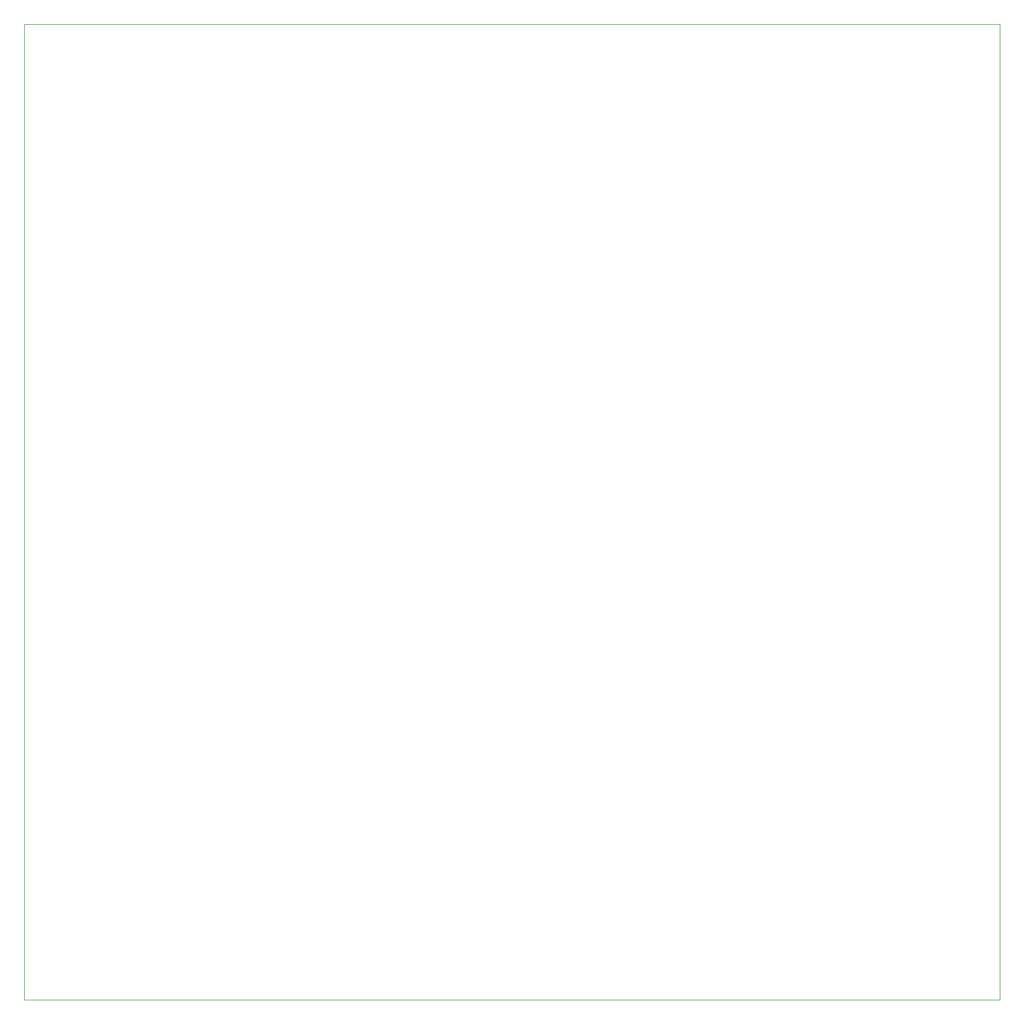
<source format=gbr>
%TF.GenerationSoftware,Altium Limited,Altium Designer,19.0.15 (446)*%
G04 Layer_Color=0*
%FSLAX45Y45*%
%MOMM*%
%TF.FileFunction,Profile,NP*%
%TF.Part,Single*%
G01*
G75*
%TA.AperFunction,Profile*%
%ADD10C,0.02540*%
D10*
X0Y0D02*
X14999991Y-1D01*
X14999992Y14999997D01*
X-0Y15000005D01*
X0Y0D01*
%TF.MD5,e77bcb09ad7b8a0ea0904aef4b4fb630*%
M02*

</source>
